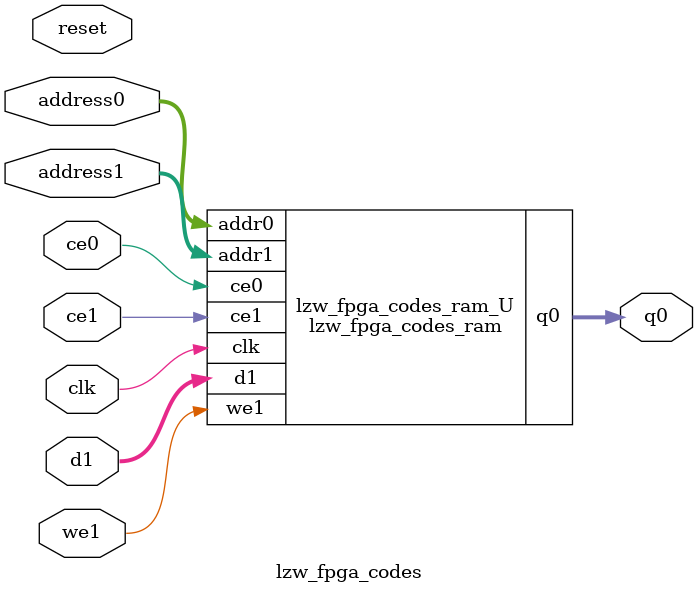
<source format=v>
`timescale 1 ns / 1 ps
module lzw_fpga_codes_ram (addr0, ce0, q0, addr1, ce1, d1, we1,  clk);

parameter DWIDTH = 16;
parameter AWIDTH = 13;
parameter MEM_SIZE = 8192;

input[AWIDTH-1:0] addr0;
input ce0;
output reg[DWIDTH-1:0] q0;
input[AWIDTH-1:0] addr1;
input ce1;
input[DWIDTH-1:0] d1;
input we1;
input clk;

reg [DWIDTH-1:0] ram[0:MEM_SIZE-1];




always @(posedge clk)  
begin 
    if (ce0) begin
        q0 <= ram[addr0];
    end
end


always @(posedge clk)  
begin 
    if (ce1) begin
        if (we1) 
            ram[addr1] <= d1; 
    end
end


endmodule

`timescale 1 ns / 1 ps
module lzw_fpga_codes(
    reset,
    clk,
    address0,
    ce0,
    q0,
    address1,
    ce1,
    we1,
    d1);

parameter DataWidth = 32'd16;
parameter AddressRange = 32'd8192;
parameter AddressWidth = 32'd13;
input reset;
input clk;
input[AddressWidth - 1:0] address0;
input ce0;
output[DataWidth - 1:0] q0;
input[AddressWidth - 1:0] address1;
input ce1;
input we1;
input[DataWidth - 1:0] d1;



lzw_fpga_codes_ram lzw_fpga_codes_ram_U(
    .clk( clk ),
    .addr0( address0 ),
    .ce0( ce0 ),
    .q0( q0 ),
    .addr1( address1 ),
    .ce1( ce1 ),
    .we1( we1 ),
    .d1( d1 ));

endmodule


</source>
